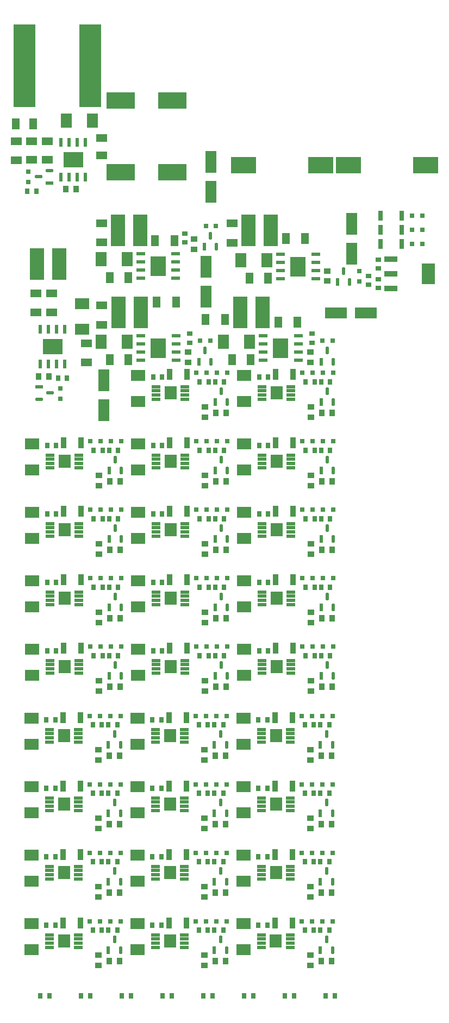
<source format=gtp>
G04*
G04 #@! TF.GenerationSoftware,Altium Limited,Altium Designer,21.0.9 (235)*
G04*
G04 Layer_Color=8421504*
%FSLAX44Y44*%
%MOMM*%
G71*
G04*
G04 #@! TF.SameCoordinates,70CB9891-2270-4D21-866A-A56E4BF175EE*
G04*
G04*
G04 #@! TF.FilePolarity,Positive*
G04*
G01*
G75*
%ADD15R,1.7582X1.3055*%
%ADD16R,1.3055X1.7582*%
%ADD17R,3.4000X12.9400*%
%ADD18R,0.8000X0.8000*%
%ADD19R,1.1500X1.8000*%
%ADD20R,1.8000X1.1500*%
%ADD21R,3.9000X2.5500*%
%ADD22R,0.7000X1.6500*%
%ADD23R,1.8000X3.5000*%
%ADD24R,3.5000X1.8000*%
%ADD25R,4.4000X2.6000*%
%ADD26R,0.6000X1.4500*%
%ADD27R,3.1000X2.4000*%
%ADD28R,1.4500X0.6000*%
%ADD29R,2.4000X3.1000*%
%ADD30R,1.8500X2.1500*%
%ADD31R,1.3500X0.5000*%
%ADD32R,2.2300X5.0200*%
%ADD33R,1.0000X0.9000*%
%ADD34R,0.9000X0.7000*%
%ADD35R,0.5380X1.2242*%
G04:AMPARAMS|DCode=36|XSize=1.2242mm|YSize=0.538mm|CornerRadius=0.269mm|HoleSize=0mm|Usage=FLASHONLY|Rotation=90.000|XOffset=0mm|YOffset=0mm|HoleType=Round|Shape=RoundedRectangle|*
%AMROUNDEDRECTD36*
21,1,1.2242,0.0000,0,0,90.0*
21,1,0.6863,0.5380,0,0,90.0*
1,1,0.5380,0.0000,0.3431*
1,1,0.5380,0.0000,-0.3431*
1,1,0.5380,0.0000,-0.3431*
1,1,0.5380,0.0000,0.3431*
%
%ADD36ROUNDEDRECTD36*%
%ADD37R,1.7800X2.1600*%
%ADD38R,0.8000X0.8000*%
%ADD39R,2.1600X1.7800*%
%ADD40R,0.7000X0.9000*%
G04:AMPARAMS|DCode=41|XSize=1.2242mm|YSize=0.538mm|CornerRadius=0.269mm|HoleSize=0mm|Usage=FLASHONLY|Rotation=0.000|XOffset=0mm|YOffset=0mm|HoleType=Round|Shape=RoundedRectangle|*
%AMROUNDEDRECTD41*
21,1,1.2242,0.0000,0,0,0.0*
21,1,0.6863,0.5380,0,0,0.0*
1,1,0.5380,0.3431,0.0000*
1,1,0.5380,-0.3431,0.0000*
1,1,0.5380,-0.3431,0.0000*
1,1,0.5380,0.3431,0.0000*
%
%ADD41ROUNDEDRECTD41*%
%ADD42R,1.2242X0.5380*%
%ADD43R,0.9000X1.0000*%
%ADD44R,0.9500X1.7000*%
%ADD45R,2.1500X3.2500*%
%ADD46R,2.1500X0.9500*%
D15*
X313780Y1447274D02*
D03*
Y1419746D02*
D03*
D16*
X179366Y1469470D02*
D03*
X206894D02*
D03*
D17*
X192950Y1560000D02*
D03*
X295550D02*
D03*
D18*
X796887Y1282062D02*
D03*
X812887D02*
D03*
X475706Y1310386D02*
D03*
X491706D02*
D03*
X657502Y1131372D02*
D03*
X673502D02*
D03*
X467002D02*
D03*
X483002D02*
D03*
X508910Y1081080D02*
D03*
X492910D02*
D03*
X461160D02*
D03*
X477160D02*
D03*
X674010D02*
D03*
X658010D02*
D03*
X626260D02*
D03*
X642260D02*
D03*
X343810Y974400D02*
D03*
X327810D02*
D03*
X296060D02*
D03*
X312060D02*
D03*
X508910D02*
D03*
X492910D02*
D03*
X461160D02*
D03*
X477160D02*
D03*
X674010D02*
D03*
X658010D02*
D03*
X626260D02*
D03*
X642260D02*
D03*
X343810Y867720D02*
D03*
X327810D02*
D03*
X296060D02*
D03*
X312060D02*
D03*
X508910D02*
D03*
X492910D02*
D03*
X461160D02*
D03*
X477160D02*
D03*
X674010D02*
D03*
X658010D02*
D03*
X626260D02*
D03*
X642260D02*
D03*
X343810Y761040D02*
D03*
X327810D02*
D03*
X296060D02*
D03*
X312060D02*
D03*
X508910D02*
D03*
X492910D02*
D03*
X461160D02*
D03*
X477160D02*
D03*
X674010D02*
D03*
X658010D02*
D03*
X626260D02*
D03*
X642260D02*
D03*
X343810Y654360D02*
D03*
X327810D02*
D03*
X296060D02*
D03*
X312060D02*
D03*
X508910D02*
D03*
X492910D02*
D03*
X461160D02*
D03*
X477160D02*
D03*
X674010D02*
D03*
X658010D02*
D03*
X626260D02*
D03*
X642260D02*
D03*
X342850Y546720D02*
D03*
X326850D02*
D03*
X295100D02*
D03*
X311100D02*
D03*
X507950D02*
D03*
X491950D02*
D03*
X460200D02*
D03*
X476200D02*
D03*
X673050D02*
D03*
X657050D02*
D03*
X625300D02*
D03*
X641300D02*
D03*
X342850Y440040D02*
D03*
X326850D02*
D03*
X295100D02*
D03*
X311100D02*
D03*
X507950D02*
D03*
X491950D02*
D03*
X460200D02*
D03*
X476200D02*
D03*
X673050D02*
D03*
X657050D02*
D03*
X625300D02*
D03*
X641300D02*
D03*
X342850Y333360D02*
D03*
X326850D02*
D03*
X295100D02*
D03*
X311100D02*
D03*
X507950D02*
D03*
X491950D02*
D03*
X460200D02*
D03*
X476200D02*
D03*
X673050D02*
D03*
X657050D02*
D03*
X625300D02*
D03*
X641300D02*
D03*
X342850Y226680D02*
D03*
X326850D02*
D03*
X295100D02*
D03*
X311100D02*
D03*
X507950D02*
D03*
X491950D02*
D03*
X460200D02*
D03*
X476200D02*
D03*
X673050D02*
D03*
X657050D02*
D03*
X625300D02*
D03*
X641300D02*
D03*
X812888Y1304290D02*
D03*
X796888D02*
D03*
X812888Y1326258D02*
D03*
X796888D02*
D03*
D19*
X600430Y1290888D02*
D03*
X630430D02*
D03*
X396824Y1287526D02*
D03*
X426824D02*
D03*
X618340Y1159844D02*
D03*
X588340D02*
D03*
X399364Y1191768D02*
D03*
X429364D02*
D03*
X543966Y1228656D02*
D03*
X572966D02*
D03*
X326204Y1229612D02*
D03*
X355204D02*
D03*
X516890Y1101652D02*
D03*
X545890D02*
D03*
X326390D02*
D03*
X355390D02*
D03*
X505564Y1164844D02*
D03*
X475564D02*
D03*
D20*
X289396Y1097613D02*
D03*
Y1127613D02*
D03*
X516302Y1314086D02*
D03*
Y1284086D02*
D03*
X313272Y1314280D02*
D03*
Y1284280D02*
D03*
X313458Y1186320D02*
D03*
Y1156320D02*
D03*
X180830Y1441900D02*
D03*
Y1412900D02*
D03*
X210658Y1175760D02*
D03*
Y1204760D02*
D03*
X235223Y1175260D02*
D03*
Y1205260D02*
D03*
X204558Y1441980D02*
D03*
Y1412980D02*
D03*
X228688Y1441980D02*
D03*
Y1412980D02*
D03*
D21*
X654888Y1404620D02*
D03*
X534388D02*
D03*
X697622D02*
D03*
X818122D02*
D03*
D22*
X747877Y1304290D02*
D03*
X780877D02*
D03*
X747877Y1282062D02*
D03*
X780877D02*
D03*
X747877Y1326258D02*
D03*
X780877D02*
D03*
D23*
X702908Y1266820D02*
D03*
Y1313820D02*
D03*
X483704Y1410250D02*
D03*
Y1363250D02*
D03*
X476002Y1246720D02*
D03*
Y1199720D02*
D03*
X317082Y1069980D02*
D03*
Y1022980D02*
D03*
D24*
X725138Y1174242D02*
D03*
X678138D02*
D03*
D25*
X423741Y1393510D02*
D03*
X342741D02*
D03*
X342741Y1505712D02*
D03*
X423741D02*
D03*
D26*
X250278Y1386260D02*
D03*
X262978D02*
D03*
X275678D02*
D03*
X288378D02*
D03*
X250278Y1440760D02*
D03*
X262978D02*
D03*
X275678D02*
D03*
X288378D02*
D03*
X218045Y1094796D02*
D03*
X230745D02*
D03*
X243445D02*
D03*
X256145D02*
D03*
X218045Y1149296D02*
D03*
X230745D02*
D03*
X243445D02*
D03*
X256145D02*
D03*
D27*
X269328Y1413510D02*
D03*
X237095Y1122046D02*
D03*
D28*
X429210Y1100544D02*
D03*
Y1113244D02*
D03*
Y1125944D02*
D03*
Y1138644D02*
D03*
X374710Y1100544D02*
D03*
Y1113244D02*
D03*
Y1125944D02*
D03*
Y1138644D02*
D03*
X619710Y1100544D02*
D03*
Y1113244D02*
D03*
Y1125944D02*
D03*
Y1138644D02*
D03*
X565210Y1100544D02*
D03*
Y1113244D02*
D03*
Y1125944D02*
D03*
Y1138644D02*
D03*
X646786Y1227548D02*
D03*
Y1240248D02*
D03*
Y1252948D02*
D03*
Y1265648D02*
D03*
X592286Y1227548D02*
D03*
Y1240248D02*
D03*
Y1252948D02*
D03*
Y1265648D02*
D03*
X429024Y1228504D02*
D03*
Y1241204D02*
D03*
Y1253904D02*
D03*
Y1266604D02*
D03*
X374524Y1228504D02*
D03*
Y1241204D02*
D03*
Y1253904D02*
D03*
Y1266604D02*
D03*
D29*
X401960Y1119594D02*
D03*
X592460D02*
D03*
X619536Y1246598D02*
D03*
X401774Y1247554D02*
D03*
D30*
X254730Y195640D02*
D03*
X584798Y195580D02*
D03*
X419830Y195640D02*
D03*
X584930Y302320D02*
D03*
X419830Y302320D02*
D03*
X254730D02*
D03*
X584930Y409000D02*
D03*
X419830D02*
D03*
X254730D02*
D03*
X584930Y515680D02*
D03*
X419830D02*
D03*
X254730D02*
D03*
X585890Y623320D02*
D03*
X420790D02*
D03*
X255690D02*
D03*
X585890Y730000D02*
D03*
X420790D02*
D03*
X255690D02*
D03*
X585890Y836680D02*
D03*
X420790D02*
D03*
X255690D02*
D03*
X585890Y943360D02*
D03*
X420790D02*
D03*
X255690D02*
D03*
X585890Y1050040D02*
D03*
X420790D02*
D03*
D31*
X232480Y205390D02*
D03*
Y198890D02*
D03*
Y192390D02*
D03*
Y185890D02*
D03*
X276980Y205390D02*
D03*
Y198890D02*
D03*
Y192390D02*
D03*
Y185890D02*
D03*
X562548Y205330D02*
D03*
Y198830D02*
D03*
Y192330D02*
D03*
Y185830D02*
D03*
X607048Y205330D02*
D03*
Y198830D02*
D03*
Y192330D02*
D03*
Y185830D02*
D03*
X397580Y205390D02*
D03*
Y198890D02*
D03*
Y192390D02*
D03*
Y185890D02*
D03*
X442080Y205390D02*
D03*
Y198890D02*
D03*
Y192390D02*
D03*
Y185890D02*
D03*
X562680Y312070D02*
D03*
Y305570D02*
D03*
Y299070D02*
D03*
Y292570D02*
D03*
X607180Y312070D02*
D03*
Y305570D02*
D03*
Y299070D02*
D03*
Y292570D02*
D03*
X397580Y312070D02*
D03*
Y305570D02*
D03*
Y299070D02*
D03*
Y292570D02*
D03*
X442080Y312070D02*
D03*
Y305570D02*
D03*
Y299070D02*
D03*
Y292570D02*
D03*
X232480Y312070D02*
D03*
Y305570D02*
D03*
Y299070D02*
D03*
Y292570D02*
D03*
X276980Y312070D02*
D03*
Y305570D02*
D03*
Y299070D02*
D03*
Y292570D02*
D03*
X562680Y418750D02*
D03*
Y412250D02*
D03*
Y405750D02*
D03*
Y399250D02*
D03*
X607180Y418750D02*
D03*
Y412250D02*
D03*
Y405750D02*
D03*
Y399250D02*
D03*
X397580Y418750D02*
D03*
Y412250D02*
D03*
Y405750D02*
D03*
Y399250D02*
D03*
X442080Y418750D02*
D03*
Y412250D02*
D03*
Y405750D02*
D03*
Y399250D02*
D03*
X232480Y418750D02*
D03*
Y412250D02*
D03*
Y405750D02*
D03*
Y399250D02*
D03*
X276980Y418750D02*
D03*
Y412250D02*
D03*
Y405750D02*
D03*
Y399250D02*
D03*
X562680Y525430D02*
D03*
Y518930D02*
D03*
Y512430D02*
D03*
Y505930D02*
D03*
X607180Y525430D02*
D03*
Y518930D02*
D03*
Y512430D02*
D03*
Y505930D02*
D03*
X397580Y525430D02*
D03*
Y518930D02*
D03*
Y512430D02*
D03*
Y505930D02*
D03*
X442080Y525430D02*
D03*
Y518930D02*
D03*
Y512430D02*
D03*
Y505930D02*
D03*
X232480Y525430D02*
D03*
Y518930D02*
D03*
Y512430D02*
D03*
Y505930D02*
D03*
X276980Y525430D02*
D03*
Y518930D02*
D03*
Y512430D02*
D03*
Y505930D02*
D03*
X563640Y633070D02*
D03*
Y626570D02*
D03*
Y620070D02*
D03*
Y613570D02*
D03*
X608140Y633070D02*
D03*
Y626570D02*
D03*
Y620070D02*
D03*
Y613570D02*
D03*
X398540Y633070D02*
D03*
Y626570D02*
D03*
Y620070D02*
D03*
Y613570D02*
D03*
X443040Y633070D02*
D03*
Y626570D02*
D03*
Y620070D02*
D03*
Y613570D02*
D03*
X233440Y633070D02*
D03*
Y626570D02*
D03*
Y620070D02*
D03*
Y613570D02*
D03*
X277940Y633070D02*
D03*
Y626570D02*
D03*
Y620070D02*
D03*
Y613570D02*
D03*
X563640Y739750D02*
D03*
Y733250D02*
D03*
Y726750D02*
D03*
Y720250D02*
D03*
X608140Y739750D02*
D03*
Y733250D02*
D03*
Y726750D02*
D03*
Y720250D02*
D03*
X398540Y739750D02*
D03*
Y733250D02*
D03*
Y726750D02*
D03*
Y720250D02*
D03*
X443040Y739750D02*
D03*
Y733250D02*
D03*
Y726750D02*
D03*
Y720250D02*
D03*
X233440Y739750D02*
D03*
Y733250D02*
D03*
Y726750D02*
D03*
Y720250D02*
D03*
X277940Y739750D02*
D03*
Y733250D02*
D03*
Y726750D02*
D03*
Y720250D02*
D03*
X563640Y846430D02*
D03*
Y839930D02*
D03*
Y833430D02*
D03*
Y826930D02*
D03*
X608140Y846430D02*
D03*
Y839930D02*
D03*
Y833430D02*
D03*
Y826930D02*
D03*
X398540Y846430D02*
D03*
Y839930D02*
D03*
Y833430D02*
D03*
Y826930D02*
D03*
X443040Y846430D02*
D03*
Y839930D02*
D03*
Y833430D02*
D03*
Y826930D02*
D03*
X233440Y846430D02*
D03*
Y839930D02*
D03*
Y833430D02*
D03*
Y826930D02*
D03*
X277940Y846430D02*
D03*
Y839930D02*
D03*
Y833430D02*
D03*
Y826930D02*
D03*
X563640Y953110D02*
D03*
Y946610D02*
D03*
Y940110D02*
D03*
Y933610D02*
D03*
X608140Y953110D02*
D03*
Y946610D02*
D03*
Y940110D02*
D03*
Y933610D02*
D03*
X398540Y953110D02*
D03*
Y946610D02*
D03*
Y940110D02*
D03*
Y933610D02*
D03*
X443040Y953110D02*
D03*
Y946610D02*
D03*
Y940110D02*
D03*
Y933610D02*
D03*
X233440Y953110D02*
D03*
Y946610D02*
D03*
Y940110D02*
D03*
Y933610D02*
D03*
X277940Y953110D02*
D03*
Y946610D02*
D03*
Y940110D02*
D03*
Y933610D02*
D03*
X563640Y1059790D02*
D03*
Y1053290D02*
D03*
Y1046790D02*
D03*
Y1040290D02*
D03*
X608140Y1059790D02*
D03*
Y1053290D02*
D03*
Y1046790D02*
D03*
Y1040290D02*
D03*
X398540Y1059790D02*
D03*
Y1053290D02*
D03*
Y1046790D02*
D03*
Y1040290D02*
D03*
X443040Y1059790D02*
D03*
Y1053290D02*
D03*
Y1046790D02*
D03*
Y1040290D02*
D03*
D32*
X212873Y1251220D02*
D03*
X247573D02*
D03*
X339416Y1175582D02*
D03*
X374116D02*
D03*
X529788D02*
D03*
X564488D02*
D03*
X339162Y1303542D02*
D03*
X373862D02*
D03*
X542192Y1303348D02*
D03*
X576892D02*
D03*
D33*
X665062Y1240154D02*
D03*
Y1224154D02*
D03*
X457544Y1273684D02*
D03*
Y1289684D02*
D03*
X638578Y1113464D02*
D03*
Y1097464D02*
D03*
X448078Y1113464D02*
D03*
Y1097464D02*
D03*
X474240Y1028120D02*
D03*
Y1012120D02*
D03*
X639340Y1028120D02*
D03*
Y1012120D02*
D03*
X309140Y921440D02*
D03*
Y905440D02*
D03*
X474240Y921440D02*
D03*
Y905440D02*
D03*
X639340Y921440D02*
D03*
Y905440D02*
D03*
X309140Y814760D02*
D03*
Y798760D02*
D03*
X474240Y814760D02*
D03*
Y798760D02*
D03*
X639340Y814760D02*
D03*
Y798760D02*
D03*
X309140Y708080D02*
D03*
Y692080D02*
D03*
X474240Y708080D02*
D03*
Y692080D02*
D03*
X639340Y708080D02*
D03*
Y692080D02*
D03*
X309140Y601400D02*
D03*
Y585400D02*
D03*
X474240Y601400D02*
D03*
Y585400D02*
D03*
X639340Y601400D02*
D03*
Y585400D02*
D03*
X308180Y493760D02*
D03*
Y477760D02*
D03*
X473280Y493760D02*
D03*
Y477760D02*
D03*
X638380Y493760D02*
D03*
Y477760D02*
D03*
X308180Y387080D02*
D03*
Y371080D02*
D03*
X473280Y387080D02*
D03*
Y371080D02*
D03*
X638380Y387080D02*
D03*
Y371080D02*
D03*
X308180Y280400D02*
D03*
Y264400D02*
D03*
X473280Y280400D02*
D03*
Y264400D02*
D03*
X638380Y280400D02*
D03*
Y264400D02*
D03*
X308180Y173720D02*
D03*
Y157720D02*
D03*
X473280Y173720D02*
D03*
Y157720D02*
D03*
X638380Y173720D02*
D03*
Y157720D02*
D03*
D34*
X729070Y1218550D02*
D03*
Y1232550D02*
D03*
X442812Y1284348D02*
D03*
Y1298348D02*
D03*
X641300Y1142102D02*
D03*
Y1128102D02*
D03*
X450800Y1142102D02*
D03*
Y1128102D02*
D03*
X744774Y1243950D02*
D03*
Y1257950D02*
D03*
Y1213470D02*
D03*
Y1227470D02*
D03*
D35*
X680708Y1223012D02*
D03*
X473444Y1277730D02*
D03*
X655240Y1098716D02*
D03*
X464740D02*
D03*
X490140Y1035648D02*
D03*
X655240D02*
D03*
X325040Y928968D02*
D03*
X490140D02*
D03*
X655240D02*
D03*
X325040Y822288D02*
D03*
X490140D02*
D03*
X655240D02*
D03*
X325040Y715608D02*
D03*
X490140D02*
D03*
X655240D02*
D03*
X325040Y608928D02*
D03*
X490140D02*
D03*
X655240D02*
D03*
X324080Y501288D02*
D03*
X489180D02*
D03*
X654280D02*
D03*
X324080Y394608D02*
D03*
X489180D02*
D03*
X654280D02*
D03*
X324080Y287928D02*
D03*
X489180D02*
D03*
X654280D02*
D03*
X324080Y181248D02*
D03*
X489180D02*
D03*
X654280D02*
D03*
D36*
X699708Y1223012D02*
D03*
X690208Y1240216D02*
D03*
X492444Y1277730D02*
D03*
X482944Y1294934D02*
D03*
X674240Y1098716D02*
D03*
X664740Y1115920D02*
D03*
X483740Y1098716D02*
D03*
X474240Y1115920D02*
D03*
X499640Y1052852D02*
D03*
X509140Y1035648D02*
D03*
X664740Y1052852D02*
D03*
X674240Y1035648D02*
D03*
X334540Y946172D02*
D03*
X344040Y928968D02*
D03*
X499640Y946172D02*
D03*
X509140Y928968D02*
D03*
X664740Y946172D02*
D03*
X674240Y928968D02*
D03*
X334540Y839492D02*
D03*
X344040Y822288D02*
D03*
X499640Y839492D02*
D03*
X509140Y822288D02*
D03*
X664740Y839492D02*
D03*
X674240Y822288D02*
D03*
X334540Y732812D02*
D03*
X344040Y715608D02*
D03*
X499640Y732812D02*
D03*
X509140Y715608D02*
D03*
X664740Y732812D02*
D03*
X674240Y715608D02*
D03*
X334540Y626132D02*
D03*
X344040Y608928D02*
D03*
X499640Y626132D02*
D03*
X509140Y608928D02*
D03*
X664740Y626132D02*
D03*
X674240Y608928D02*
D03*
X333580Y518492D02*
D03*
X343080Y501288D02*
D03*
X498680Y518492D02*
D03*
X508180Y501288D02*
D03*
X663780Y518492D02*
D03*
X673280Y501288D02*
D03*
X333580Y411812D02*
D03*
X343080Y394608D02*
D03*
X498680Y411812D02*
D03*
X508180Y394608D02*
D03*
X663780Y411812D02*
D03*
X673280Y394608D02*
D03*
X333580Y305132D02*
D03*
X343080Y287928D02*
D03*
X498680Y305132D02*
D03*
X508180Y287928D02*
D03*
X663780Y305132D02*
D03*
X673280Y287928D02*
D03*
X333580Y198452D02*
D03*
X343080Y181248D02*
D03*
X498680Y198452D02*
D03*
X508180Y181248D02*
D03*
X663780Y198452D02*
D03*
X673280Y181248D02*
D03*
D37*
X570842Y1257106D02*
D03*
X530342D02*
D03*
X353080Y1258062D02*
D03*
X312580D02*
D03*
X543766Y1130102D02*
D03*
X503266D02*
D03*
X353266D02*
D03*
X312766D02*
D03*
X299374Y1474470D02*
D03*
X258874D02*
D03*
D38*
X715100Y1223868D02*
D03*
Y1239868D02*
D03*
X248873Y1041004D02*
D03*
Y1057004D02*
D03*
X199478Y1394840D02*
D03*
Y1378840D02*
D03*
D39*
X205000Y930020D02*
D03*
Y970520D02*
D03*
X282862Y1189292D02*
D03*
Y1148792D02*
D03*
X370100Y1077200D02*
D03*
Y1036700D02*
D03*
X535200Y1077200D02*
D03*
Y1036700D02*
D03*
X370100Y970520D02*
D03*
Y930020D02*
D03*
X535200Y970520D02*
D03*
Y930020D02*
D03*
X205000Y863840D02*
D03*
Y823340D02*
D03*
X370100Y863840D02*
D03*
Y823340D02*
D03*
X535200Y863840D02*
D03*
Y823340D02*
D03*
X205000Y757160D02*
D03*
Y716660D02*
D03*
X370100Y757160D02*
D03*
Y716660D02*
D03*
X535200Y757160D02*
D03*
Y716660D02*
D03*
X205000Y650480D02*
D03*
Y609980D02*
D03*
X370100Y650480D02*
D03*
Y609980D02*
D03*
X535200Y650480D02*
D03*
Y609980D02*
D03*
X204040Y542840D02*
D03*
Y502340D02*
D03*
X369140Y542840D02*
D03*
Y502340D02*
D03*
X534240Y542840D02*
D03*
Y502340D02*
D03*
X204040Y436160D02*
D03*
Y395660D02*
D03*
X369140Y436160D02*
D03*
Y395660D02*
D03*
X534240Y436160D02*
D03*
Y395660D02*
D03*
X204040Y329480D02*
D03*
Y288980D02*
D03*
X369140Y329480D02*
D03*
Y288980D02*
D03*
X534240Y329480D02*
D03*
Y288980D02*
D03*
X204040Y222800D02*
D03*
Y182300D02*
D03*
X369140Y222800D02*
D03*
Y182300D02*
D03*
X534240Y222800D02*
D03*
Y182300D02*
D03*
D40*
X232134Y110490D02*
D03*
X218134D02*
D03*
X295634D02*
D03*
X281634D02*
D03*
X359134D02*
D03*
X345134D02*
D03*
X422634D02*
D03*
X408634D02*
D03*
X486134D02*
D03*
X472134D02*
D03*
X549634D02*
D03*
X535634D02*
D03*
X613134D02*
D03*
X599134D02*
D03*
X676634D02*
D03*
X662634D02*
D03*
X245603Y1073206D02*
D03*
X259603D02*
D03*
X504100Y1067110D02*
D03*
X490100D02*
D03*
X465970Y1067110D02*
D03*
X479970D02*
D03*
X407580Y1074730D02*
D03*
X393580D02*
D03*
X669200Y1067110D02*
D03*
X655200D02*
D03*
X631070Y1067110D02*
D03*
X645070D02*
D03*
X572680Y1074730D02*
D03*
X558680D02*
D03*
X339000Y960430D02*
D03*
X325000D02*
D03*
X300870Y960430D02*
D03*
X314870D02*
D03*
X242480Y968050D02*
D03*
X228480D02*
D03*
X504100Y960430D02*
D03*
X490100D02*
D03*
X465970Y960430D02*
D03*
X479970D02*
D03*
X407580Y968050D02*
D03*
X393580D02*
D03*
X669200Y960430D02*
D03*
X655200D02*
D03*
X631070Y960430D02*
D03*
X645070D02*
D03*
X572680Y968050D02*
D03*
X558680D02*
D03*
X339000Y853750D02*
D03*
X325000D02*
D03*
X300870Y853750D02*
D03*
X314870D02*
D03*
X242480Y861370D02*
D03*
X228480D02*
D03*
X504100Y853750D02*
D03*
X490100D02*
D03*
X465970Y853750D02*
D03*
X479970D02*
D03*
X407580Y861370D02*
D03*
X393580D02*
D03*
X669200Y853750D02*
D03*
X655200D02*
D03*
X631070Y853750D02*
D03*
X645070D02*
D03*
X572680Y861370D02*
D03*
X558680D02*
D03*
X339000Y747070D02*
D03*
X325000D02*
D03*
X300870Y747070D02*
D03*
X314870D02*
D03*
X242480Y754690D02*
D03*
X228480D02*
D03*
X504100Y747070D02*
D03*
X490100D02*
D03*
X465970Y747070D02*
D03*
X479970D02*
D03*
X407580Y754690D02*
D03*
X393580D02*
D03*
X669200Y747070D02*
D03*
X655200D02*
D03*
X631070Y747070D02*
D03*
X645070D02*
D03*
X572680Y754690D02*
D03*
X558680D02*
D03*
X339000Y640390D02*
D03*
X325000D02*
D03*
X300870Y640390D02*
D03*
X314870D02*
D03*
X242480Y648010D02*
D03*
X228480D02*
D03*
X504100Y640390D02*
D03*
X490100D02*
D03*
X465970Y640390D02*
D03*
X479970D02*
D03*
X407580Y648010D02*
D03*
X393580D02*
D03*
X669200Y640390D02*
D03*
X655200D02*
D03*
X631070Y640390D02*
D03*
X645070D02*
D03*
X572680Y648010D02*
D03*
X558680D02*
D03*
X338040Y532750D02*
D03*
X324040D02*
D03*
X299910Y532750D02*
D03*
X313910D02*
D03*
X241520Y540370D02*
D03*
X227520D02*
D03*
X503140Y532750D02*
D03*
X489140D02*
D03*
X465010Y532750D02*
D03*
X479010D02*
D03*
X406620Y540370D02*
D03*
X392620D02*
D03*
X668240Y532750D02*
D03*
X654240D02*
D03*
X630110Y532750D02*
D03*
X644110D02*
D03*
X571720Y540370D02*
D03*
X557720D02*
D03*
X338040Y426070D02*
D03*
X324040D02*
D03*
X299910Y426070D02*
D03*
X313910D02*
D03*
X241520Y433690D02*
D03*
X227520D02*
D03*
X503140Y426070D02*
D03*
X489140D02*
D03*
X465010Y426070D02*
D03*
X479010D02*
D03*
X406620Y433690D02*
D03*
X392620D02*
D03*
X668240Y426070D02*
D03*
X654240D02*
D03*
X630110Y426070D02*
D03*
X644110D02*
D03*
X571720Y433690D02*
D03*
X557720D02*
D03*
X338040Y319390D02*
D03*
X324040D02*
D03*
X299910Y319390D02*
D03*
X313910D02*
D03*
X241520Y327010D02*
D03*
X227520D02*
D03*
X503140Y319390D02*
D03*
X489140D02*
D03*
X465010Y319390D02*
D03*
X479010D02*
D03*
X406620Y327010D02*
D03*
X392620D02*
D03*
X668240Y319390D02*
D03*
X654240D02*
D03*
X630110Y319390D02*
D03*
X644110D02*
D03*
X571720Y327010D02*
D03*
X557720D02*
D03*
X338040Y212710D02*
D03*
X324040D02*
D03*
X299910Y212710D02*
D03*
X313910D02*
D03*
X241520Y220330D02*
D03*
X227520D02*
D03*
X503140Y212710D02*
D03*
X489140D02*
D03*
X465010Y212710D02*
D03*
X479010D02*
D03*
X406620Y220330D02*
D03*
X392620D02*
D03*
X668240Y212710D02*
D03*
X654240D02*
D03*
X630110Y212710D02*
D03*
X644110D02*
D03*
X571720Y220330D02*
D03*
X557720D02*
D03*
X197558Y1363980D02*
D03*
X211558D02*
D03*
D41*
X233421Y1049766D02*
D03*
X216218Y1040266D02*
D03*
X215006Y1386840D02*
D03*
X232210Y1396340D02*
D03*
D42*
X216218Y1059266D02*
D03*
X232210Y1377340D02*
D03*
D43*
X214965Y1075928D02*
D03*
X230965D02*
D03*
X491640Y1018850D02*
D03*
X507640D02*
D03*
X656740D02*
D03*
X672740D02*
D03*
X326540Y912170D02*
D03*
X342540D02*
D03*
X491640D02*
D03*
X507640D02*
D03*
X656740D02*
D03*
X672740D02*
D03*
X326540Y805490D02*
D03*
X342540D02*
D03*
X491640D02*
D03*
X507640D02*
D03*
X656740D02*
D03*
X672740D02*
D03*
X326540Y698810D02*
D03*
X342540D02*
D03*
X491640D02*
D03*
X507640D02*
D03*
X656740D02*
D03*
X672740D02*
D03*
X326540Y592130D02*
D03*
X342540D02*
D03*
X491640D02*
D03*
X507640D02*
D03*
X656740D02*
D03*
X672740D02*
D03*
X325580Y484490D02*
D03*
X341580D02*
D03*
X490680D02*
D03*
X506680D02*
D03*
X655780D02*
D03*
X671780D02*
D03*
X325580Y377810D02*
D03*
X341580D02*
D03*
X490680D02*
D03*
X506680D02*
D03*
X655780D02*
D03*
X671780D02*
D03*
X325580Y271130D02*
D03*
X341580D02*
D03*
X490680D02*
D03*
X506680D02*
D03*
X655780D02*
D03*
X671780D02*
D03*
X325580Y164450D02*
D03*
X341580D02*
D03*
X490680D02*
D03*
X506680D02*
D03*
X655780D02*
D03*
X671780D02*
D03*
X257518Y1367790D02*
D03*
X273518D02*
D03*
D44*
X446300Y1078540D02*
D03*
X419300D02*
D03*
X611400D02*
D03*
X584400D02*
D03*
X281200Y971860D02*
D03*
X254200D02*
D03*
X446300D02*
D03*
X419300D02*
D03*
X611400D02*
D03*
X584400D02*
D03*
X281200Y865180D02*
D03*
X254200D02*
D03*
X446300D02*
D03*
X419300D02*
D03*
X611400D02*
D03*
X584400D02*
D03*
X281200Y758500D02*
D03*
X254200D02*
D03*
X446300D02*
D03*
X419300D02*
D03*
X611400D02*
D03*
X584400D02*
D03*
X281200Y651820D02*
D03*
X254200D02*
D03*
X446300D02*
D03*
X419300D02*
D03*
X611400D02*
D03*
X584400D02*
D03*
X280240Y544180D02*
D03*
X253240D02*
D03*
X445340D02*
D03*
X418340D02*
D03*
X610440D02*
D03*
X583440D02*
D03*
X280240Y437500D02*
D03*
X253240D02*
D03*
X445340D02*
D03*
X418340D02*
D03*
X610440D02*
D03*
X583440D02*
D03*
X280240Y330820D02*
D03*
X253240D02*
D03*
X445340D02*
D03*
X418340D02*
D03*
X610440D02*
D03*
X583440D02*
D03*
X280240Y224140D02*
D03*
X253240D02*
D03*
X445340D02*
D03*
X418340D02*
D03*
X610440D02*
D03*
X583440D02*
D03*
D45*
X822034Y1235710D02*
D03*
D46*
X764034Y1212710D02*
D03*
Y1235710D02*
D03*
Y1258710D02*
D03*
M02*

</source>
